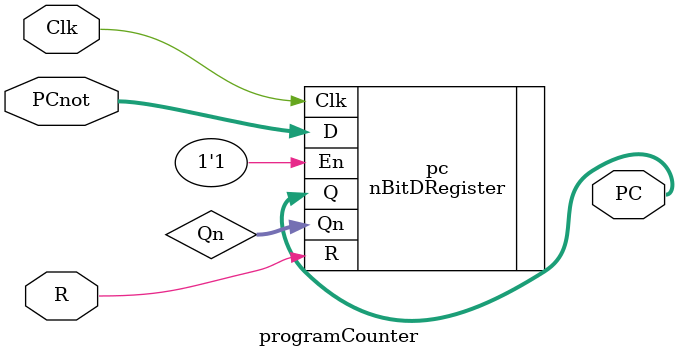
<source format=sv>


module programCounter (R, PC, PCnot, Clk);

	input wire [31:0] PCnot;
	input wire R, Clk;
	
	output wire [31:0] PC;
	
	wire [31:0] Qn;
	
	nBitDRegister #(.N(32)) pc (
			.En(1'b1), 
			.D(PCnot),
			.Clk(Clk), 
			.R(R), 
			.Q(PC), 
			.Qn(Qn)
	);

endmodule
</source>
